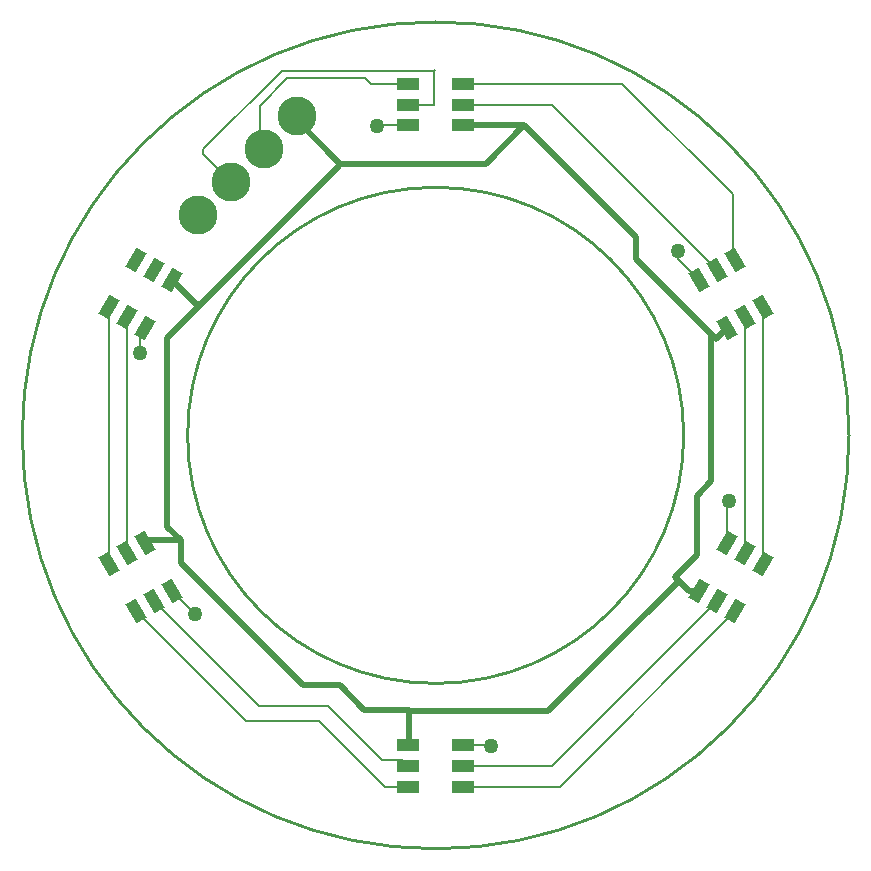
<source format=gtl>
G04*
G04 #@! TF.GenerationSoftware,Altium Limited,CircuitMaker,2.3.0 (2.3.0.3)*
G04*
G04 Layer_Physical_Order=1*
G04 Layer_Color=25308*
%FSLAX25Y25*%
%MOIN*%
G70*
G04*
G04 #@! TF.SameCoordinates,F5C641B9-28B3-4D49-9DD8-C7E1E1099596*
G04*
G04*
G04 #@! TF.FilePolarity,Positive*
G04*
G01*
G75*
%ADD10C,0.01000*%
G04:AMPARAMS|DCode=12|XSize=39.37mil|YSize=72.83mil|CornerRadius=0mil|HoleSize=0mil|Usage=FLASHONLY|Rotation=330.000|XOffset=0mil|YOffset=0mil|HoleType=Round|Shape=Rectangle|*
%AMROTATEDRECTD12*
4,1,4,-0.03526,-0.02170,0.00116,0.04138,0.03526,0.02170,-0.00116,-0.04138,-0.03526,-0.02170,0.0*
%
%ADD12ROTATEDRECTD12*%

G04:AMPARAMS|DCode=13|XSize=39.37mil|YSize=72.83mil|CornerRadius=0mil|HoleSize=0mil|Usage=FLASHONLY|Rotation=30.000|XOffset=0mil|YOffset=0mil|HoleType=Round|Shape=Rectangle|*
%AMROTATEDRECTD13*
4,1,4,0.00116,-0.04138,-0.03526,0.02170,-0.00116,0.04138,0.03526,-0.02170,0.00116,-0.04138,0.0*
%
%ADD13ROTATEDRECTD13*%

%ADD14R,0.07283X0.03937*%
%ADD20C,0.00600*%
%ADD21C,0.01968*%
%ADD22C,0.12992*%
%ADD23C,0.05000*%
D10*
X137795Y0D02*
G03*
X137795Y0I-137795J0D01*
G01*
X82677Y207D02*
G03*
X82677Y0I-82677J-207D01*
G01*
X137795D02*
G03*
X137795Y0I-137795J0D01*
G01*
D12*
X-108969Y42762D02*
D03*
X-103002Y39317D02*
D03*
X-97035Y35872D02*
D03*
X-99815Y58616D02*
D03*
X-93848Y55171D02*
D03*
X-87882Y51726D02*
D03*
X108969Y-42762D02*
D03*
X103002Y-39317D02*
D03*
X97035Y-35872D02*
D03*
X99815Y-58616D02*
D03*
X93848Y-55171D02*
D03*
X87882Y-51726D02*
D03*
D13*
X-99815Y-58616D02*
D03*
X-93848Y-55171D02*
D03*
X-87882Y-51726D02*
D03*
X-108969Y-42762D02*
D03*
X-103002Y-39317D02*
D03*
X-97035Y-35872D02*
D03*
X99815Y58616D02*
D03*
X93848Y55171D02*
D03*
X87882Y51726D02*
D03*
X108969Y42762D02*
D03*
X103002Y39317D02*
D03*
X97035Y35872D02*
D03*
D14*
X9154Y-117126D02*
D03*
Y-110236D02*
D03*
Y-103346D02*
D03*
X-9154Y-117126D02*
D03*
Y-110236D02*
D03*
Y-103346D02*
D03*
Y117126D02*
D03*
Y110236D02*
D03*
Y103346D02*
D03*
X9154Y117126D02*
D03*
Y110236D02*
D03*
Y103346D02*
D03*
D20*
X-77428Y93667D02*
X-68209Y84448D01*
X-77428Y93667D02*
Y95472D01*
X-58661Y96948D02*
X-57185Y95472D01*
X-58661Y96948D02*
Y109939D01*
X-32283Y90453D02*
Y90947D01*
X-9154Y-103346D02*
X-8858Y-103051D01*
X-58661Y109939D02*
X-49400Y119200D01*
X-87882Y50480D02*
Y51726D01*
X-98524Y34384D02*
X-97035Y35872D01*
X-98524Y27362D02*
Y34384D01*
X-87882Y-51726D02*
X-80216Y-59392D01*
Y-59469D02*
Y-59392D01*
X18358Y-103346D02*
X18403Y-103392D01*
X9154Y-103346D02*
X18358D01*
X97035Y-22650D02*
X97835Y-21850D01*
X97035Y-35872D02*
Y-22650D01*
X80706Y58902D02*
Y61372D01*
Y58902D02*
X87882Y51726D01*
X38783Y110236D02*
X93848Y55171D01*
X9154Y110236D02*
X38783D01*
X-19390Y103010D02*
X-19054Y103346D01*
X103002Y-39317D02*
Y39317D01*
X-500Y121646D02*
X-295Y121850D01*
X-546Y121600D02*
X-500Y121646D01*
X-51300Y121600D02*
X-546D01*
X-500Y110236D02*
Y121646D01*
X-9154Y110236D02*
X-500D01*
X-99815Y-58616D02*
X-63254Y-95177D01*
X-38976D01*
X-17028Y-117126D01*
X-9154D01*
X-11090Y-108300D02*
X-9154Y-110236D01*
X-17889Y-108300D02*
X-11090D01*
X-36032Y-90158D02*
X-17889Y-108300D01*
X-58862Y-90158D02*
X-36032D01*
X-93848Y-55171D02*
X-58862Y-90158D01*
X-97035Y-35076D02*
X-96859Y-34900D01*
X-93848Y-56600D02*
Y-55171D01*
X9154Y117126D02*
X62174D01*
X99000Y80300D01*
Y60065D02*
Y80300D01*
Y60065D02*
X99815Y58616D01*
X9154Y-110236D02*
X38783D01*
X93848Y-55171D01*
X9154Y-117126D02*
X41305D01*
X99815Y-58616D01*
X-19054Y103346D02*
X-9154D01*
X-77428Y95472D02*
X-51300Y121600D01*
X-21626Y117126D02*
X-9154D01*
X-23700Y119200D02*
X-21626Y117126D01*
X-49400Y119200D02*
X-23700D01*
X87882Y-51726D02*
X88718Y-50277D01*
X88700Y-50259D02*
X88718Y-50277D01*
X-103002Y-39317D02*
Y39317D01*
X108969Y-42762D02*
Y42762D01*
X-108969Y-42762D02*
Y42762D01*
D21*
X-32283Y89764D02*
Y90453D01*
X-78248Y43799D02*
X-32283Y89764D01*
X-89468Y32579D02*
X-78248Y43799D01*
X-87882Y51726D02*
X-79955Y43799D01*
X-78248D01*
X-32283Y90453D02*
X16667D01*
X-47637Y106300D02*
X-32283Y90947D01*
X-8858Y-91929D02*
Y-91403D01*
Y-103051D02*
Y-91929D01*
X-23952Y-91403D02*
X-8858D01*
Y-91929D02*
X37598D01*
X79921Y-47244D02*
X87205Y-39961D01*
X81102Y-48425D02*
X84404Y-51726D01*
X79921Y-47244D02*
X81102Y-48425D01*
X37598Y-91929D02*
X81102Y-48425D01*
X91929Y33763D02*
X93428Y32265D01*
X87205Y-39961D02*
Y-20079D01*
X91929Y-15354D01*
Y33763D01*
X66831Y58862D02*
X91929Y33763D01*
X66831Y58862D02*
Y66076D01*
X29561Y103346D02*
X66831Y66076D01*
X16667Y90453D02*
X29561Y103346D01*
X93428Y32265D02*
X97035Y35872D01*
X84404Y-51726D02*
X87882D01*
X-31988Y-83366D02*
X-23952Y-91403D01*
X-89468Y-30432D02*
X-85000Y-34900D01*
X-89468Y-30432D02*
Y32579D01*
X-44094Y-83366D02*
X-31988D01*
X-85000Y-42461D02*
X-44094Y-83366D01*
X-85000Y-42461D02*
Y-34900D01*
X-96859D02*
X-85000D01*
X9154Y103346D02*
X29561D01*
D22*
X-79233Y73424D02*
D03*
X-68209Y84448D02*
D03*
X-57185Y95472D02*
D03*
X-46161Y106497D02*
D03*
D23*
X-98524Y27362D02*
D03*
X-80216Y-59469D02*
D03*
X80706Y61372D02*
D03*
X18403Y-103392D02*
D03*
X97835Y-21850D02*
D03*
X-19390Y103010D02*
D03*
M02*

</source>
